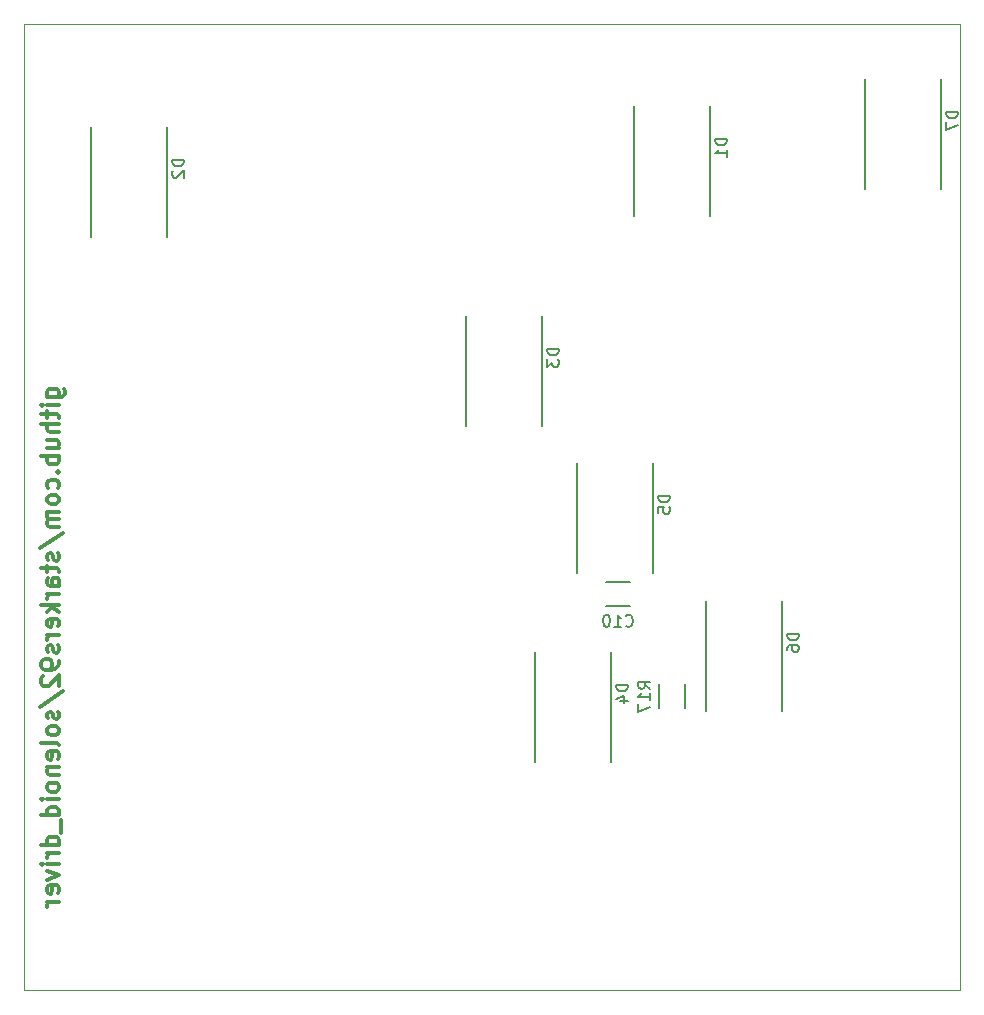
<source format=gbr>
G04 #@! TF.FileFunction,Legend,Bot*
%FSLAX46Y46*%
G04 Gerber Fmt 4.6, Leading zero omitted, Abs format (unit mm)*
G04 Created by KiCad (PCBNEW (after 2015-mar-04 BZR unknown)-product) date 26/07/2015 13:07:27*
%MOMM*%
G01*
G04 APERTURE LIST*
%ADD10C,0.100000*%
%ADD11C,0.300000*%
%ADD12C,0.150000*%
G04 APERTURE END LIST*
D10*
D11*
X108136571Y-65598143D02*
X109350857Y-65598143D01*
X109493714Y-65526714D01*
X109565143Y-65455286D01*
X109636571Y-65312429D01*
X109636571Y-65098143D01*
X109565143Y-64955286D01*
X109065143Y-65598143D02*
X109136571Y-65455286D01*
X109136571Y-65169572D01*
X109065143Y-65026714D01*
X108993714Y-64955286D01*
X108850857Y-64883857D01*
X108422286Y-64883857D01*
X108279429Y-64955286D01*
X108208000Y-65026714D01*
X108136571Y-65169572D01*
X108136571Y-65455286D01*
X108208000Y-65598143D01*
X109136571Y-66312429D02*
X108136571Y-66312429D01*
X107636571Y-66312429D02*
X107708000Y-66241000D01*
X107779429Y-66312429D01*
X107708000Y-66383857D01*
X107636571Y-66312429D01*
X107779429Y-66312429D01*
X108136571Y-66812429D02*
X108136571Y-67383858D01*
X107636571Y-67026715D02*
X108922286Y-67026715D01*
X109065143Y-67098143D01*
X109136571Y-67241001D01*
X109136571Y-67383858D01*
X109136571Y-67883858D02*
X107636571Y-67883858D01*
X109136571Y-68526715D02*
X108350857Y-68526715D01*
X108208000Y-68455286D01*
X108136571Y-68312429D01*
X108136571Y-68098144D01*
X108208000Y-67955286D01*
X108279429Y-67883858D01*
X108136571Y-69883858D02*
X109136571Y-69883858D01*
X108136571Y-69241001D02*
X108922286Y-69241001D01*
X109065143Y-69312429D01*
X109136571Y-69455287D01*
X109136571Y-69669572D01*
X109065143Y-69812429D01*
X108993714Y-69883858D01*
X109136571Y-70598144D02*
X107636571Y-70598144D01*
X108208000Y-70598144D02*
X108136571Y-70741001D01*
X108136571Y-71026715D01*
X108208000Y-71169572D01*
X108279429Y-71241001D01*
X108422286Y-71312430D01*
X108850857Y-71312430D01*
X108993714Y-71241001D01*
X109065143Y-71169572D01*
X109136571Y-71026715D01*
X109136571Y-70741001D01*
X109065143Y-70598144D01*
X108993714Y-71955287D02*
X109065143Y-72026715D01*
X109136571Y-71955287D01*
X109065143Y-71883858D01*
X108993714Y-71955287D01*
X109136571Y-71955287D01*
X109065143Y-73312430D02*
X109136571Y-73169573D01*
X109136571Y-72883859D01*
X109065143Y-72741001D01*
X108993714Y-72669573D01*
X108850857Y-72598144D01*
X108422286Y-72598144D01*
X108279429Y-72669573D01*
X108208000Y-72741001D01*
X108136571Y-72883859D01*
X108136571Y-73169573D01*
X108208000Y-73312430D01*
X109136571Y-74169573D02*
X109065143Y-74026715D01*
X108993714Y-73955287D01*
X108850857Y-73883858D01*
X108422286Y-73883858D01*
X108279429Y-73955287D01*
X108208000Y-74026715D01*
X108136571Y-74169573D01*
X108136571Y-74383858D01*
X108208000Y-74526715D01*
X108279429Y-74598144D01*
X108422286Y-74669573D01*
X108850857Y-74669573D01*
X108993714Y-74598144D01*
X109065143Y-74526715D01*
X109136571Y-74383858D01*
X109136571Y-74169573D01*
X109136571Y-75312430D02*
X108136571Y-75312430D01*
X108279429Y-75312430D02*
X108208000Y-75383858D01*
X108136571Y-75526716D01*
X108136571Y-75741001D01*
X108208000Y-75883858D01*
X108350857Y-75955287D01*
X109136571Y-75955287D01*
X108350857Y-75955287D02*
X108208000Y-76026716D01*
X108136571Y-76169573D01*
X108136571Y-76383858D01*
X108208000Y-76526716D01*
X108350857Y-76598144D01*
X109136571Y-76598144D01*
X107565143Y-78383858D02*
X109493714Y-77098144D01*
X109065143Y-78812430D02*
X109136571Y-78955287D01*
X109136571Y-79241002D01*
X109065143Y-79383859D01*
X108922286Y-79455287D01*
X108850857Y-79455287D01*
X108708000Y-79383859D01*
X108636571Y-79241002D01*
X108636571Y-79026716D01*
X108565143Y-78883859D01*
X108422286Y-78812430D01*
X108350857Y-78812430D01*
X108208000Y-78883859D01*
X108136571Y-79026716D01*
X108136571Y-79241002D01*
X108208000Y-79383859D01*
X108136571Y-79883859D02*
X108136571Y-80455288D01*
X107636571Y-80098145D02*
X108922286Y-80098145D01*
X109065143Y-80169573D01*
X109136571Y-80312431D01*
X109136571Y-80455288D01*
X109136571Y-81598145D02*
X108350857Y-81598145D01*
X108208000Y-81526716D01*
X108136571Y-81383859D01*
X108136571Y-81098145D01*
X108208000Y-80955288D01*
X109065143Y-81598145D02*
X109136571Y-81455288D01*
X109136571Y-81098145D01*
X109065143Y-80955288D01*
X108922286Y-80883859D01*
X108779429Y-80883859D01*
X108636571Y-80955288D01*
X108565143Y-81098145D01*
X108565143Y-81455288D01*
X108493714Y-81598145D01*
X109136571Y-82312431D02*
X108136571Y-82312431D01*
X108422286Y-82312431D02*
X108279429Y-82383859D01*
X108208000Y-82455288D01*
X108136571Y-82598145D01*
X108136571Y-82741002D01*
X109136571Y-83241002D02*
X107636571Y-83241002D01*
X108565143Y-83383859D02*
X109136571Y-83812430D01*
X108136571Y-83812430D02*
X108708000Y-83241002D01*
X109065143Y-85026716D02*
X109136571Y-84883859D01*
X109136571Y-84598145D01*
X109065143Y-84455288D01*
X108922286Y-84383859D01*
X108350857Y-84383859D01*
X108208000Y-84455288D01*
X108136571Y-84598145D01*
X108136571Y-84883859D01*
X108208000Y-85026716D01*
X108350857Y-85098145D01*
X108493714Y-85098145D01*
X108636571Y-84383859D01*
X109136571Y-85741002D02*
X108136571Y-85741002D01*
X108422286Y-85741002D02*
X108279429Y-85812430D01*
X108208000Y-85883859D01*
X108136571Y-86026716D01*
X108136571Y-86169573D01*
X109065143Y-86598144D02*
X109136571Y-86741001D01*
X109136571Y-87026716D01*
X109065143Y-87169573D01*
X108922286Y-87241001D01*
X108850857Y-87241001D01*
X108708000Y-87169573D01*
X108636571Y-87026716D01*
X108636571Y-86812430D01*
X108565143Y-86669573D01*
X108422286Y-86598144D01*
X108350857Y-86598144D01*
X108208000Y-86669573D01*
X108136571Y-86812430D01*
X108136571Y-87026716D01*
X108208000Y-87169573D01*
X109136571Y-87955287D02*
X109136571Y-88241002D01*
X109065143Y-88383859D01*
X108993714Y-88455287D01*
X108779429Y-88598145D01*
X108493714Y-88669573D01*
X107922286Y-88669573D01*
X107779429Y-88598145D01*
X107708000Y-88526716D01*
X107636571Y-88383859D01*
X107636571Y-88098145D01*
X107708000Y-87955287D01*
X107779429Y-87883859D01*
X107922286Y-87812430D01*
X108279429Y-87812430D01*
X108422286Y-87883859D01*
X108493714Y-87955287D01*
X108565143Y-88098145D01*
X108565143Y-88383859D01*
X108493714Y-88526716D01*
X108422286Y-88598145D01*
X108279429Y-88669573D01*
X107779429Y-89241001D02*
X107708000Y-89312430D01*
X107636571Y-89455287D01*
X107636571Y-89812430D01*
X107708000Y-89955287D01*
X107779429Y-90026716D01*
X107922286Y-90098144D01*
X108065143Y-90098144D01*
X108279429Y-90026716D01*
X109136571Y-89169573D01*
X109136571Y-90098144D01*
X107565143Y-91812429D02*
X109493714Y-90526715D01*
X109065143Y-92241001D02*
X109136571Y-92383858D01*
X109136571Y-92669573D01*
X109065143Y-92812430D01*
X108922286Y-92883858D01*
X108850857Y-92883858D01*
X108708000Y-92812430D01*
X108636571Y-92669573D01*
X108636571Y-92455287D01*
X108565143Y-92312430D01*
X108422286Y-92241001D01*
X108350857Y-92241001D01*
X108208000Y-92312430D01*
X108136571Y-92455287D01*
X108136571Y-92669573D01*
X108208000Y-92812430D01*
X109136571Y-93741002D02*
X109065143Y-93598144D01*
X108993714Y-93526716D01*
X108850857Y-93455287D01*
X108422286Y-93455287D01*
X108279429Y-93526716D01*
X108208000Y-93598144D01*
X108136571Y-93741002D01*
X108136571Y-93955287D01*
X108208000Y-94098144D01*
X108279429Y-94169573D01*
X108422286Y-94241002D01*
X108850857Y-94241002D01*
X108993714Y-94169573D01*
X109065143Y-94098144D01*
X109136571Y-93955287D01*
X109136571Y-93741002D01*
X109136571Y-95098145D02*
X109065143Y-94955287D01*
X108922286Y-94883859D01*
X107636571Y-94883859D01*
X109065143Y-96241001D02*
X109136571Y-96098144D01*
X109136571Y-95812430D01*
X109065143Y-95669573D01*
X108922286Y-95598144D01*
X108350857Y-95598144D01*
X108208000Y-95669573D01*
X108136571Y-95812430D01*
X108136571Y-96098144D01*
X108208000Y-96241001D01*
X108350857Y-96312430D01*
X108493714Y-96312430D01*
X108636571Y-95598144D01*
X108136571Y-96955287D02*
X109136571Y-96955287D01*
X108279429Y-96955287D02*
X108208000Y-97026715D01*
X108136571Y-97169573D01*
X108136571Y-97383858D01*
X108208000Y-97526715D01*
X108350857Y-97598144D01*
X109136571Y-97598144D01*
X109136571Y-98526716D02*
X109065143Y-98383858D01*
X108993714Y-98312430D01*
X108850857Y-98241001D01*
X108422286Y-98241001D01*
X108279429Y-98312430D01*
X108208000Y-98383858D01*
X108136571Y-98526716D01*
X108136571Y-98741001D01*
X108208000Y-98883858D01*
X108279429Y-98955287D01*
X108422286Y-99026716D01*
X108850857Y-99026716D01*
X108993714Y-98955287D01*
X109065143Y-98883858D01*
X109136571Y-98741001D01*
X109136571Y-98526716D01*
X109136571Y-99669573D02*
X108136571Y-99669573D01*
X107636571Y-99669573D02*
X107708000Y-99598144D01*
X107779429Y-99669573D01*
X107708000Y-99741001D01*
X107636571Y-99669573D01*
X107779429Y-99669573D01*
X109136571Y-101026716D02*
X107636571Y-101026716D01*
X109065143Y-101026716D02*
X109136571Y-100883859D01*
X109136571Y-100598145D01*
X109065143Y-100455287D01*
X108993714Y-100383859D01*
X108850857Y-100312430D01*
X108422286Y-100312430D01*
X108279429Y-100383859D01*
X108208000Y-100455287D01*
X108136571Y-100598145D01*
X108136571Y-100883859D01*
X108208000Y-101026716D01*
X109279429Y-101383859D02*
X109279429Y-102526716D01*
X109136571Y-103526716D02*
X107636571Y-103526716D01*
X109065143Y-103526716D02*
X109136571Y-103383859D01*
X109136571Y-103098145D01*
X109065143Y-102955287D01*
X108993714Y-102883859D01*
X108850857Y-102812430D01*
X108422286Y-102812430D01*
X108279429Y-102883859D01*
X108208000Y-102955287D01*
X108136571Y-103098145D01*
X108136571Y-103383859D01*
X108208000Y-103526716D01*
X109136571Y-104241002D02*
X108136571Y-104241002D01*
X108422286Y-104241002D02*
X108279429Y-104312430D01*
X108208000Y-104383859D01*
X108136571Y-104526716D01*
X108136571Y-104669573D01*
X109136571Y-105169573D02*
X108136571Y-105169573D01*
X107636571Y-105169573D02*
X107708000Y-105098144D01*
X107779429Y-105169573D01*
X107708000Y-105241001D01*
X107636571Y-105169573D01*
X107779429Y-105169573D01*
X108136571Y-105741002D02*
X109136571Y-106098145D01*
X108136571Y-106455287D01*
X109065143Y-107598144D02*
X109136571Y-107455287D01*
X109136571Y-107169573D01*
X109065143Y-107026716D01*
X108922286Y-106955287D01*
X108350857Y-106955287D01*
X108208000Y-107026716D01*
X108136571Y-107169573D01*
X108136571Y-107455287D01*
X108208000Y-107598144D01*
X108350857Y-107669573D01*
X108493714Y-107669573D01*
X108636571Y-106955287D01*
X109136571Y-108312430D02*
X108136571Y-108312430D01*
X108422286Y-108312430D02*
X108279429Y-108383858D01*
X108208000Y-108455287D01*
X108136571Y-108598144D01*
X108136571Y-108741001D01*
D10*
X106172000Y-34036000D02*
X106172000Y-115824000D01*
X185420000Y-34036000D02*
X106172000Y-34036000D01*
X185420000Y-115824000D02*
X185420000Y-34036000D01*
X106172000Y-115824000D02*
X185420000Y-115824000D01*
D12*
X157464000Y-83321000D02*
X155464000Y-83321000D01*
X155464000Y-81271000D02*
X157464000Y-81271000D01*
X162111000Y-91932000D02*
X162111000Y-89932000D01*
X159961000Y-89932000D02*
X159961000Y-91932000D01*
X177394000Y-38664000D02*
X177394000Y-47964000D01*
X183794000Y-47964000D02*
X183794000Y-38664000D01*
X143612000Y-58730000D02*
X143612000Y-68030000D01*
X150012000Y-68030000D02*
X150012000Y-58730000D01*
X111862000Y-42728000D02*
X111862000Y-52028000D01*
X118262000Y-52028000D02*
X118262000Y-42728000D01*
X157836000Y-40950000D02*
X157836000Y-50250000D01*
X164236000Y-50250000D02*
X164236000Y-40950000D01*
X163932000Y-82860000D02*
X163932000Y-92160000D01*
X170332000Y-92160000D02*
X170332000Y-82860000D01*
X153010000Y-71176000D02*
X153010000Y-80476000D01*
X159410000Y-80476000D02*
X159410000Y-71176000D01*
X149454000Y-87178000D02*
X149454000Y-96478000D01*
X155854000Y-96478000D02*
X155854000Y-87178000D01*
X157106857Y-84953143D02*
X157154476Y-85000762D01*
X157297333Y-85048381D01*
X157392571Y-85048381D01*
X157535429Y-85000762D01*
X157630667Y-84905524D01*
X157678286Y-84810286D01*
X157725905Y-84619810D01*
X157725905Y-84476952D01*
X157678286Y-84286476D01*
X157630667Y-84191238D01*
X157535429Y-84096000D01*
X157392571Y-84048381D01*
X157297333Y-84048381D01*
X157154476Y-84096000D01*
X157106857Y-84143619D01*
X156154476Y-85048381D02*
X156725905Y-85048381D01*
X156440191Y-85048381D02*
X156440191Y-84048381D01*
X156535429Y-84191238D01*
X156630667Y-84286476D01*
X156725905Y-84334095D01*
X155535429Y-84048381D02*
X155440190Y-84048381D01*
X155344952Y-84096000D01*
X155297333Y-84143619D01*
X155249714Y-84238857D01*
X155202095Y-84429333D01*
X155202095Y-84667429D01*
X155249714Y-84857905D01*
X155297333Y-84953143D01*
X155344952Y-85000762D01*
X155440190Y-85048381D01*
X155535429Y-85048381D01*
X155630667Y-85000762D01*
X155678286Y-84953143D01*
X155725905Y-84857905D01*
X155773524Y-84667429D01*
X155773524Y-84429333D01*
X155725905Y-84238857D01*
X155678286Y-84143619D01*
X155630667Y-84096000D01*
X155535429Y-84048381D01*
X159188381Y-90289143D02*
X158712190Y-89955809D01*
X159188381Y-89717714D02*
X158188381Y-89717714D01*
X158188381Y-90098667D01*
X158236000Y-90193905D01*
X158283619Y-90241524D01*
X158378857Y-90289143D01*
X158521714Y-90289143D01*
X158616952Y-90241524D01*
X158664571Y-90193905D01*
X158712190Y-90098667D01*
X158712190Y-89717714D01*
X159188381Y-91241524D02*
X159188381Y-90670095D01*
X159188381Y-90955809D02*
X158188381Y-90955809D01*
X158331238Y-90860571D01*
X158426476Y-90765333D01*
X158474095Y-90670095D01*
X158188381Y-91574857D02*
X158188381Y-92241524D01*
X159188381Y-91812952D01*
X185246381Y-41425905D02*
X184246381Y-41425905D01*
X184246381Y-41664000D01*
X184294000Y-41806858D01*
X184389238Y-41902096D01*
X184484476Y-41949715D01*
X184674952Y-41997334D01*
X184817810Y-41997334D01*
X185008286Y-41949715D01*
X185103524Y-41902096D01*
X185198762Y-41806858D01*
X185246381Y-41664000D01*
X185246381Y-41425905D01*
X184246381Y-42330667D02*
X184246381Y-42997334D01*
X185246381Y-42568762D01*
X151464381Y-61491905D02*
X150464381Y-61491905D01*
X150464381Y-61730000D01*
X150512000Y-61872858D01*
X150607238Y-61968096D01*
X150702476Y-62015715D01*
X150892952Y-62063334D01*
X151035810Y-62063334D01*
X151226286Y-62015715D01*
X151321524Y-61968096D01*
X151416762Y-61872858D01*
X151464381Y-61730000D01*
X151464381Y-61491905D01*
X150464381Y-62396667D02*
X150464381Y-63015715D01*
X150845333Y-62682381D01*
X150845333Y-62825239D01*
X150892952Y-62920477D01*
X150940571Y-62968096D01*
X151035810Y-63015715D01*
X151273905Y-63015715D01*
X151369143Y-62968096D01*
X151416762Y-62920477D01*
X151464381Y-62825239D01*
X151464381Y-62539524D01*
X151416762Y-62444286D01*
X151369143Y-62396667D01*
X119714381Y-45489905D02*
X118714381Y-45489905D01*
X118714381Y-45728000D01*
X118762000Y-45870858D01*
X118857238Y-45966096D01*
X118952476Y-46013715D01*
X119142952Y-46061334D01*
X119285810Y-46061334D01*
X119476286Y-46013715D01*
X119571524Y-45966096D01*
X119666762Y-45870858D01*
X119714381Y-45728000D01*
X119714381Y-45489905D01*
X118809619Y-46442286D02*
X118762000Y-46489905D01*
X118714381Y-46585143D01*
X118714381Y-46823239D01*
X118762000Y-46918477D01*
X118809619Y-46966096D01*
X118904857Y-47013715D01*
X119000095Y-47013715D01*
X119142952Y-46966096D01*
X119714381Y-46394667D01*
X119714381Y-47013715D01*
X165688381Y-43711905D02*
X164688381Y-43711905D01*
X164688381Y-43950000D01*
X164736000Y-44092858D01*
X164831238Y-44188096D01*
X164926476Y-44235715D01*
X165116952Y-44283334D01*
X165259810Y-44283334D01*
X165450286Y-44235715D01*
X165545524Y-44188096D01*
X165640762Y-44092858D01*
X165688381Y-43950000D01*
X165688381Y-43711905D01*
X165688381Y-45235715D02*
X165688381Y-44664286D01*
X165688381Y-44950000D02*
X164688381Y-44950000D01*
X164831238Y-44854762D01*
X164926476Y-44759524D01*
X164974095Y-44664286D01*
X171784381Y-85621905D02*
X170784381Y-85621905D01*
X170784381Y-85860000D01*
X170832000Y-86002858D01*
X170927238Y-86098096D01*
X171022476Y-86145715D01*
X171212952Y-86193334D01*
X171355810Y-86193334D01*
X171546286Y-86145715D01*
X171641524Y-86098096D01*
X171736762Y-86002858D01*
X171784381Y-85860000D01*
X171784381Y-85621905D01*
X170784381Y-87050477D02*
X170784381Y-86860000D01*
X170832000Y-86764762D01*
X170879619Y-86717143D01*
X171022476Y-86621905D01*
X171212952Y-86574286D01*
X171593905Y-86574286D01*
X171689143Y-86621905D01*
X171736762Y-86669524D01*
X171784381Y-86764762D01*
X171784381Y-86955239D01*
X171736762Y-87050477D01*
X171689143Y-87098096D01*
X171593905Y-87145715D01*
X171355810Y-87145715D01*
X171260571Y-87098096D01*
X171212952Y-87050477D01*
X171165333Y-86955239D01*
X171165333Y-86764762D01*
X171212952Y-86669524D01*
X171260571Y-86621905D01*
X171355810Y-86574286D01*
X160862381Y-73937905D02*
X159862381Y-73937905D01*
X159862381Y-74176000D01*
X159910000Y-74318858D01*
X160005238Y-74414096D01*
X160100476Y-74461715D01*
X160290952Y-74509334D01*
X160433810Y-74509334D01*
X160624286Y-74461715D01*
X160719524Y-74414096D01*
X160814762Y-74318858D01*
X160862381Y-74176000D01*
X160862381Y-73937905D01*
X159862381Y-75414096D02*
X159862381Y-74937905D01*
X160338571Y-74890286D01*
X160290952Y-74937905D01*
X160243333Y-75033143D01*
X160243333Y-75271239D01*
X160290952Y-75366477D01*
X160338571Y-75414096D01*
X160433810Y-75461715D01*
X160671905Y-75461715D01*
X160767143Y-75414096D01*
X160814762Y-75366477D01*
X160862381Y-75271239D01*
X160862381Y-75033143D01*
X160814762Y-74937905D01*
X160767143Y-74890286D01*
X157306381Y-89939905D02*
X156306381Y-89939905D01*
X156306381Y-90178000D01*
X156354000Y-90320858D01*
X156449238Y-90416096D01*
X156544476Y-90463715D01*
X156734952Y-90511334D01*
X156877810Y-90511334D01*
X157068286Y-90463715D01*
X157163524Y-90416096D01*
X157258762Y-90320858D01*
X157306381Y-90178000D01*
X157306381Y-89939905D01*
X156639714Y-91368477D02*
X157306381Y-91368477D01*
X156258762Y-91130381D02*
X156973048Y-90892286D01*
X156973048Y-91511334D01*
M02*

</source>
